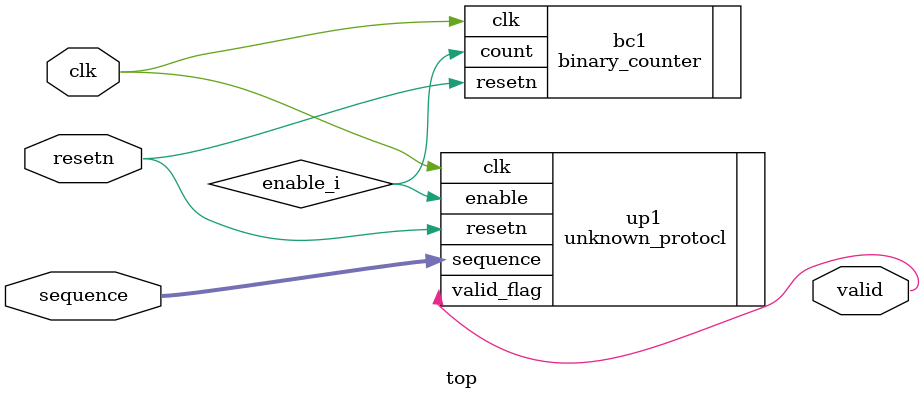
<source format=v>
module top#(parameter SEQUENCE_WIDTH = 3)
	(
		input clk, resetn,
		input [SEQUENCE_WIDTH-1:0] sequence,
		output valid
		);


	wire enable_i;

	binary_counter bc1(
		.clk(clk),
		.resetn(resetn),
		.count(enable_i)
		);

	unknown_protocl up1(
		.clk(clk),
		.resetn(resetn),
		.enable(enable_i),
		.sequence(sequence),
		.valid_flag(valid)
		);

endmodule

</source>
